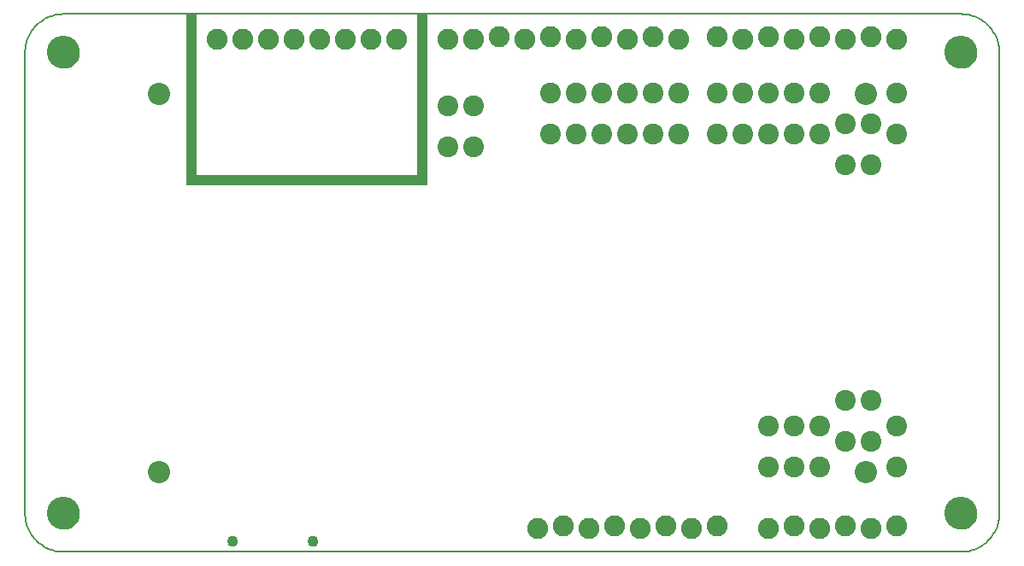
<source format=gbs>
G75*
%MOIN*%
%OFA0B0*%
%FSLAX24Y24*%
%IPPOS*%
%LPD*%
%AMOC8*
5,1,8,0,0,1.08239X$1,22.5*
%
%ADD10C,0.0050*%
%ADD11C,0.0000*%
%ADD12C,0.1280*%
%ADD13R,0.0400X0.6700*%
%ADD14R,0.9000X0.0400*%
%ADD15R,0.0400X0.6300*%
%ADD16C,0.0867*%
%ADD17C,0.0430*%
%ADD18C,0.0820*%
%ADD19C,0.0810*%
D10*
X016260Y007643D02*
X016260Y025643D01*
X016262Y025719D01*
X016268Y025795D01*
X016277Y025870D01*
X016291Y025945D01*
X016308Y026019D01*
X016329Y026092D01*
X016353Y026164D01*
X016382Y026235D01*
X016413Y026304D01*
X016448Y026371D01*
X016487Y026436D01*
X016529Y026500D01*
X016574Y026561D01*
X016622Y026620D01*
X016673Y026676D01*
X016727Y026730D01*
X016783Y026781D01*
X016842Y026829D01*
X016903Y026874D01*
X016967Y026916D01*
X017032Y026955D01*
X017099Y026990D01*
X017168Y027021D01*
X017239Y027050D01*
X017311Y027074D01*
X017384Y027095D01*
X017458Y027112D01*
X017533Y027126D01*
X017608Y027135D01*
X017684Y027141D01*
X017760Y027143D01*
X052760Y027143D01*
X052836Y027141D01*
X052912Y027135D01*
X052987Y027126D01*
X053062Y027112D01*
X053136Y027095D01*
X053209Y027074D01*
X053281Y027050D01*
X053352Y027021D01*
X053421Y026990D01*
X053488Y026955D01*
X053553Y026916D01*
X053617Y026874D01*
X053678Y026829D01*
X053737Y026781D01*
X053793Y026730D01*
X053847Y026676D01*
X053898Y026620D01*
X053946Y026561D01*
X053991Y026500D01*
X054033Y026436D01*
X054072Y026371D01*
X054107Y026304D01*
X054138Y026235D01*
X054167Y026164D01*
X054191Y026092D01*
X054212Y026019D01*
X054229Y025945D01*
X054243Y025870D01*
X054252Y025795D01*
X054258Y025719D01*
X054260Y025643D01*
X054260Y007643D01*
X054258Y007567D01*
X054252Y007491D01*
X054243Y007416D01*
X054229Y007341D01*
X054212Y007267D01*
X054191Y007194D01*
X054167Y007122D01*
X054138Y007051D01*
X054107Y006982D01*
X054072Y006915D01*
X054033Y006850D01*
X053991Y006786D01*
X053946Y006725D01*
X053898Y006666D01*
X053847Y006610D01*
X053793Y006556D01*
X053737Y006505D01*
X053678Y006457D01*
X053617Y006412D01*
X053553Y006370D01*
X053488Y006331D01*
X053421Y006296D01*
X053352Y006265D01*
X053281Y006236D01*
X053209Y006212D01*
X053136Y006191D01*
X053062Y006174D01*
X052987Y006160D01*
X052912Y006151D01*
X052836Y006145D01*
X052760Y006143D01*
X017760Y006143D01*
X017684Y006145D01*
X017608Y006151D01*
X017533Y006160D01*
X017458Y006174D01*
X017384Y006191D01*
X017311Y006212D01*
X017239Y006236D01*
X017168Y006265D01*
X017099Y006296D01*
X017032Y006331D01*
X016967Y006370D01*
X016903Y006412D01*
X016842Y006457D01*
X016783Y006505D01*
X016727Y006556D01*
X016673Y006610D01*
X016622Y006666D01*
X016574Y006725D01*
X016529Y006786D01*
X016487Y006850D01*
X016448Y006915D01*
X016413Y006982D01*
X016382Y007051D01*
X016353Y007122D01*
X016329Y007194D01*
X016308Y007267D01*
X016291Y007341D01*
X016277Y007416D01*
X016268Y007491D01*
X016262Y007567D01*
X016260Y007643D01*
D11*
X017160Y007643D02*
X017162Y007692D01*
X017168Y007740D01*
X017178Y007788D01*
X017192Y007835D01*
X017209Y007881D01*
X017230Y007925D01*
X017255Y007967D01*
X017283Y008007D01*
X017315Y008045D01*
X017349Y008080D01*
X017386Y008112D01*
X017425Y008141D01*
X017467Y008167D01*
X017511Y008189D01*
X017556Y008207D01*
X017603Y008222D01*
X017650Y008233D01*
X017699Y008240D01*
X017748Y008243D01*
X017797Y008242D01*
X017845Y008237D01*
X017894Y008228D01*
X017941Y008215D01*
X017987Y008198D01*
X018031Y008178D01*
X018074Y008154D01*
X018115Y008127D01*
X018153Y008096D01*
X018189Y008063D01*
X018221Y008027D01*
X018251Y007988D01*
X018278Y007947D01*
X018301Y007903D01*
X018320Y007858D01*
X018336Y007812D01*
X018348Y007765D01*
X018356Y007716D01*
X018360Y007667D01*
X018360Y007619D01*
X018356Y007570D01*
X018348Y007521D01*
X018336Y007474D01*
X018320Y007428D01*
X018301Y007383D01*
X018278Y007339D01*
X018251Y007298D01*
X018221Y007259D01*
X018189Y007223D01*
X018153Y007190D01*
X018115Y007159D01*
X018074Y007132D01*
X018031Y007108D01*
X017987Y007088D01*
X017941Y007071D01*
X017894Y007058D01*
X017845Y007049D01*
X017797Y007044D01*
X017748Y007043D01*
X017699Y007046D01*
X017650Y007053D01*
X017603Y007064D01*
X017556Y007079D01*
X017511Y007097D01*
X017467Y007119D01*
X017425Y007145D01*
X017386Y007174D01*
X017349Y007206D01*
X017315Y007241D01*
X017283Y007279D01*
X017255Y007319D01*
X017230Y007361D01*
X017209Y007405D01*
X017192Y007451D01*
X017178Y007498D01*
X017168Y007546D01*
X017162Y007594D01*
X017160Y007643D01*
X021086Y009261D02*
X021088Y009300D01*
X021094Y009339D01*
X021104Y009377D01*
X021117Y009414D01*
X021134Y009449D01*
X021154Y009483D01*
X021178Y009514D01*
X021205Y009543D01*
X021234Y009569D01*
X021266Y009592D01*
X021300Y009612D01*
X021336Y009628D01*
X021373Y009640D01*
X021412Y009649D01*
X021451Y009654D01*
X021490Y009655D01*
X021529Y009652D01*
X021568Y009645D01*
X021605Y009634D01*
X021642Y009620D01*
X021677Y009602D01*
X021710Y009581D01*
X021741Y009556D01*
X021769Y009529D01*
X021794Y009499D01*
X021816Y009466D01*
X021835Y009432D01*
X021850Y009396D01*
X021862Y009358D01*
X021870Y009320D01*
X021874Y009281D01*
X021874Y009241D01*
X021870Y009202D01*
X021862Y009164D01*
X021850Y009126D01*
X021835Y009090D01*
X021816Y009056D01*
X021794Y009023D01*
X021769Y008993D01*
X021741Y008966D01*
X021710Y008941D01*
X021677Y008920D01*
X021642Y008902D01*
X021605Y008888D01*
X021568Y008877D01*
X021529Y008870D01*
X021490Y008867D01*
X021451Y008868D01*
X021412Y008873D01*
X021373Y008882D01*
X021336Y008894D01*
X021300Y008910D01*
X021266Y008930D01*
X021234Y008953D01*
X021205Y008979D01*
X021178Y009008D01*
X021154Y009039D01*
X021134Y009073D01*
X021117Y009108D01*
X021104Y009145D01*
X021094Y009183D01*
X021088Y009222D01*
X021086Y009261D01*
X024161Y006552D02*
X024163Y006578D01*
X024169Y006604D01*
X024178Y006628D01*
X024191Y006651D01*
X024208Y006671D01*
X024227Y006689D01*
X024249Y006704D01*
X024272Y006715D01*
X024297Y006723D01*
X024323Y006727D01*
X024349Y006727D01*
X024375Y006723D01*
X024400Y006715D01*
X024424Y006704D01*
X024445Y006689D01*
X024464Y006671D01*
X024481Y006651D01*
X024494Y006628D01*
X024503Y006604D01*
X024509Y006578D01*
X024511Y006552D01*
X024509Y006526D01*
X024503Y006500D01*
X024494Y006476D01*
X024481Y006453D01*
X024464Y006433D01*
X024445Y006415D01*
X024423Y006400D01*
X024400Y006389D01*
X024375Y006381D01*
X024349Y006377D01*
X024323Y006377D01*
X024297Y006381D01*
X024272Y006389D01*
X024248Y006400D01*
X024227Y006415D01*
X024208Y006433D01*
X024191Y006453D01*
X024178Y006476D01*
X024169Y006500D01*
X024163Y006526D01*
X024161Y006552D01*
X027310Y006552D02*
X027312Y006578D01*
X027318Y006604D01*
X027327Y006628D01*
X027340Y006651D01*
X027357Y006671D01*
X027376Y006689D01*
X027398Y006704D01*
X027421Y006715D01*
X027446Y006723D01*
X027472Y006727D01*
X027498Y006727D01*
X027524Y006723D01*
X027549Y006715D01*
X027573Y006704D01*
X027594Y006689D01*
X027613Y006671D01*
X027630Y006651D01*
X027643Y006628D01*
X027652Y006604D01*
X027658Y006578D01*
X027660Y006552D01*
X027658Y006526D01*
X027652Y006500D01*
X027643Y006476D01*
X027630Y006453D01*
X027613Y006433D01*
X027594Y006415D01*
X027572Y006400D01*
X027549Y006389D01*
X027524Y006381D01*
X027498Y006377D01*
X027472Y006377D01*
X027446Y006381D01*
X027421Y006389D01*
X027397Y006400D01*
X027376Y006415D01*
X027357Y006433D01*
X027340Y006453D01*
X027327Y006476D01*
X027318Y006500D01*
X027312Y006526D01*
X027310Y006552D01*
X048645Y009261D02*
X048647Y009300D01*
X048653Y009339D01*
X048663Y009377D01*
X048676Y009414D01*
X048693Y009449D01*
X048713Y009483D01*
X048737Y009514D01*
X048764Y009543D01*
X048793Y009569D01*
X048825Y009592D01*
X048859Y009612D01*
X048895Y009628D01*
X048932Y009640D01*
X048971Y009649D01*
X049010Y009654D01*
X049049Y009655D01*
X049088Y009652D01*
X049127Y009645D01*
X049164Y009634D01*
X049201Y009620D01*
X049236Y009602D01*
X049269Y009581D01*
X049300Y009556D01*
X049328Y009529D01*
X049353Y009499D01*
X049375Y009466D01*
X049394Y009432D01*
X049409Y009396D01*
X049421Y009358D01*
X049429Y009320D01*
X049433Y009281D01*
X049433Y009241D01*
X049429Y009202D01*
X049421Y009164D01*
X049409Y009126D01*
X049394Y009090D01*
X049375Y009056D01*
X049353Y009023D01*
X049328Y008993D01*
X049300Y008966D01*
X049269Y008941D01*
X049236Y008920D01*
X049201Y008902D01*
X049164Y008888D01*
X049127Y008877D01*
X049088Y008870D01*
X049049Y008867D01*
X049010Y008868D01*
X048971Y008873D01*
X048932Y008882D01*
X048895Y008894D01*
X048859Y008910D01*
X048825Y008930D01*
X048793Y008953D01*
X048764Y008979D01*
X048737Y009008D01*
X048713Y009039D01*
X048693Y009073D01*
X048676Y009108D01*
X048663Y009145D01*
X048653Y009183D01*
X048647Y009222D01*
X048645Y009261D01*
X052160Y007643D02*
X052162Y007692D01*
X052168Y007740D01*
X052178Y007788D01*
X052192Y007835D01*
X052209Y007881D01*
X052230Y007925D01*
X052255Y007967D01*
X052283Y008007D01*
X052315Y008045D01*
X052349Y008080D01*
X052386Y008112D01*
X052425Y008141D01*
X052467Y008167D01*
X052511Y008189D01*
X052556Y008207D01*
X052603Y008222D01*
X052650Y008233D01*
X052699Y008240D01*
X052748Y008243D01*
X052797Y008242D01*
X052845Y008237D01*
X052894Y008228D01*
X052941Y008215D01*
X052987Y008198D01*
X053031Y008178D01*
X053074Y008154D01*
X053115Y008127D01*
X053153Y008096D01*
X053189Y008063D01*
X053221Y008027D01*
X053251Y007988D01*
X053278Y007947D01*
X053301Y007903D01*
X053320Y007858D01*
X053336Y007812D01*
X053348Y007765D01*
X053356Y007716D01*
X053360Y007667D01*
X053360Y007619D01*
X053356Y007570D01*
X053348Y007521D01*
X053336Y007474D01*
X053320Y007428D01*
X053301Y007383D01*
X053278Y007339D01*
X053251Y007298D01*
X053221Y007259D01*
X053189Y007223D01*
X053153Y007190D01*
X053115Y007159D01*
X053074Y007132D01*
X053031Y007108D01*
X052987Y007088D01*
X052941Y007071D01*
X052894Y007058D01*
X052845Y007049D01*
X052797Y007044D01*
X052748Y007043D01*
X052699Y007046D01*
X052650Y007053D01*
X052603Y007064D01*
X052556Y007079D01*
X052511Y007097D01*
X052467Y007119D01*
X052425Y007145D01*
X052386Y007174D01*
X052349Y007206D01*
X052315Y007241D01*
X052283Y007279D01*
X052255Y007319D01*
X052230Y007361D01*
X052209Y007405D01*
X052192Y007451D01*
X052178Y007498D01*
X052168Y007546D01*
X052162Y007594D01*
X052160Y007643D01*
X048645Y024025D02*
X048647Y024064D01*
X048653Y024103D01*
X048663Y024141D01*
X048676Y024178D01*
X048693Y024213D01*
X048713Y024247D01*
X048737Y024278D01*
X048764Y024307D01*
X048793Y024333D01*
X048825Y024356D01*
X048859Y024376D01*
X048895Y024392D01*
X048932Y024404D01*
X048971Y024413D01*
X049010Y024418D01*
X049049Y024419D01*
X049088Y024416D01*
X049127Y024409D01*
X049164Y024398D01*
X049201Y024384D01*
X049236Y024366D01*
X049269Y024345D01*
X049300Y024320D01*
X049328Y024293D01*
X049353Y024263D01*
X049375Y024230D01*
X049394Y024196D01*
X049409Y024160D01*
X049421Y024122D01*
X049429Y024084D01*
X049433Y024045D01*
X049433Y024005D01*
X049429Y023966D01*
X049421Y023928D01*
X049409Y023890D01*
X049394Y023854D01*
X049375Y023820D01*
X049353Y023787D01*
X049328Y023757D01*
X049300Y023730D01*
X049269Y023705D01*
X049236Y023684D01*
X049201Y023666D01*
X049164Y023652D01*
X049127Y023641D01*
X049088Y023634D01*
X049049Y023631D01*
X049010Y023632D01*
X048971Y023637D01*
X048932Y023646D01*
X048895Y023658D01*
X048859Y023674D01*
X048825Y023694D01*
X048793Y023717D01*
X048764Y023743D01*
X048737Y023772D01*
X048713Y023803D01*
X048693Y023837D01*
X048676Y023872D01*
X048663Y023909D01*
X048653Y023947D01*
X048647Y023986D01*
X048645Y024025D01*
X052160Y025643D02*
X052162Y025692D01*
X052168Y025740D01*
X052178Y025788D01*
X052192Y025835D01*
X052209Y025881D01*
X052230Y025925D01*
X052255Y025967D01*
X052283Y026007D01*
X052315Y026045D01*
X052349Y026080D01*
X052386Y026112D01*
X052425Y026141D01*
X052467Y026167D01*
X052511Y026189D01*
X052556Y026207D01*
X052603Y026222D01*
X052650Y026233D01*
X052699Y026240D01*
X052748Y026243D01*
X052797Y026242D01*
X052845Y026237D01*
X052894Y026228D01*
X052941Y026215D01*
X052987Y026198D01*
X053031Y026178D01*
X053074Y026154D01*
X053115Y026127D01*
X053153Y026096D01*
X053189Y026063D01*
X053221Y026027D01*
X053251Y025988D01*
X053278Y025947D01*
X053301Y025903D01*
X053320Y025858D01*
X053336Y025812D01*
X053348Y025765D01*
X053356Y025716D01*
X053360Y025667D01*
X053360Y025619D01*
X053356Y025570D01*
X053348Y025521D01*
X053336Y025474D01*
X053320Y025428D01*
X053301Y025383D01*
X053278Y025339D01*
X053251Y025298D01*
X053221Y025259D01*
X053189Y025223D01*
X053153Y025190D01*
X053115Y025159D01*
X053074Y025132D01*
X053031Y025108D01*
X052987Y025088D01*
X052941Y025071D01*
X052894Y025058D01*
X052845Y025049D01*
X052797Y025044D01*
X052748Y025043D01*
X052699Y025046D01*
X052650Y025053D01*
X052603Y025064D01*
X052556Y025079D01*
X052511Y025097D01*
X052467Y025119D01*
X052425Y025145D01*
X052386Y025174D01*
X052349Y025206D01*
X052315Y025241D01*
X052283Y025279D01*
X052255Y025319D01*
X052230Y025361D01*
X052209Y025405D01*
X052192Y025451D01*
X052178Y025498D01*
X052168Y025546D01*
X052162Y025594D01*
X052160Y025643D01*
X021086Y024025D02*
X021088Y024064D01*
X021094Y024103D01*
X021104Y024141D01*
X021117Y024178D01*
X021134Y024213D01*
X021154Y024247D01*
X021178Y024278D01*
X021205Y024307D01*
X021234Y024333D01*
X021266Y024356D01*
X021300Y024376D01*
X021336Y024392D01*
X021373Y024404D01*
X021412Y024413D01*
X021451Y024418D01*
X021490Y024419D01*
X021529Y024416D01*
X021568Y024409D01*
X021605Y024398D01*
X021642Y024384D01*
X021677Y024366D01*
X021710Y024345D01*
X021741Y024320D01*
X021769Y024293D01*
X021794Y024263D01*
X021816Y024230D01*
X021835Y024196D01*
X021850Y024160D01*
X021862Y024122D01*
X021870Y024084D01*
X021874Y024045D01*
X021874Y024005D01*
X021870Y023966D01*
X021862Y023928D01*
X021850Y023890D01*
X021835Y023854D01*
X021816Y023820D01*
X021794Y023787D01*
X021769Y023757D01*
X021741Y023730D01*
X021710Y023705D01*
X021677Y023684D01*
X021642Y023666D01*
X021605Y023652D01*
X021568Y023641D01*
X021529Y023634D01*
X021490Y023631D01*
X021451Y023632D01*
X021412Y023637D01*
X021373Y023646D01*
X021336Y023658D01*
X021300Y023674D01*
X021266Y023694D01*
X021234Y023717D01*
X021205Y023743D01*
X021178Y023772D01*
X021154Y023803D01*
X021134Y023837D01*
X021117Y023872D01*
X021104Y023909D01*
X021094Y023947D01*
X021088Y023986D01*
X021086Y024025D01*
X017160Y025643D02*
X017162Y025692D01*
X017168Y025740D01*
X017178Y025788D01*
X017192Y025835D01*
X017209Y025881D01*
X017230Y025925D01*
X017255Y025967D01*
X017283Y026007D01*
X017315Y026045D01*
X017349Y026080D01*
X017386Y026112D01*
X017425Y026141D01*
X017467Y026167D01*
X017511Y026189D01*
X017556Y026207D01*
X017603Y026222D01*
X017650Y026233D01*
X017699Y026240D01*
X017748Y026243D01*
X017797Y026242D01*
X017845Y026237D01*
X017894Y026228D01*
X017941Y026215D01*
X017987Y026198D01*
X018031Y026178D01*
X018074Y026154D01*
X018115Y026127D01*
X018153Y026096D01*
X018189Y026063D01*
X018221Y026027D01*
X018251Y025988D01*
X018278Y025947D01*
X018301Y025903D01*
X018320Y025858D01*
X018336Y025812D01*
X018348Y025765D01*
X018356Y025716D01*
X018360Y025667D01*
X018360Y025619D01*
X018356Y025570D01*
X018348Y025521D01*
X018336Y025474D01*
X018320Y025428D01*
X018301Y025383D01*
X018278Y025339D01*
X018251Y025298D01*
X018221Y025259D01*
X018189Y025223D01*
X018153Y025190D01*
X018115Y025159D01*
X018074Y025132D01*
X018031Y025108D01*
X017987Y025088D01*
X017941Y025071D01*
X017894Y025058D01*
X017845Y025049D01*
X017797Y025044D01*
X017748Y025043D01*
X017699Y025046D01*
X017650Y025053D01*
X017603Y025064D01*
X017556Y025079D01*
X017511Y025097D01*
X017467Y025119D01*
X017425Y025145D01*
X017386Y025174D01*
X017349Y025206D01*
X017315Y025241D01*
X017283Y025279D01*
X017255Y025319D01*
X017230Y025361D01*
X017209Y025405D01*
X017192Y025451D01*
X017178Y025498D01*
X017168Y025546D01*
X017162Y025594D01*
X017160Y025643D01*
D12*
X017760Y025643D03*
X017760Y007643D03*
X052760Y007643D03*
X052760Y025643D03*
D13*
X022760Y023793D03*
D14*
X027460Y020643D03*
D15*
X031760Y023993D03*
D16*
X021480Y024025D03*
X021480Y009261D03*
X049039Y009261D03*
X049039Y024025D03*
D17*
X027485Y006552D03*
X024336Y006552D03*
D18*
X036260Y007043D03*
X037260Y007143D03*
X038260Y007043D03*
X039260Y007143D03*
X040260Y007043D03*
X041260Y007143D03*
X042260Y007043D03*
X043260Y007143D03*
X045260Y007043D03*
X046260Y007143D03*
X047260Y007043D03*
X048260Y007143D03*
X049260Y007043D03*
X050260Y007143D03*
X050260Y026143D03*
X049260Y026243D03*
X048260Y026143D03*
X047260Y026243D03*
X046260Y026143D03*
X045260Y026243D03*
X044260Y026143D03*
X043260Y026243D03*
X041760Y026143D03*
X040760Y026243D03*
X039760Y026143D03*
X038760Y026243D03*
X037760Y026143D03*
X036760Y026243D03*
X035760Y026143D03*
X034760Y026243D03*
X033760Y026143D03*
X032760Y026143D03*
X030760Y026143D03*
X029760Y026143D03*
X028760Y026143D03*
X027760Y026143D03*
X026760Y026143D03*
X025760Y026143D03*
X024760Y026143D03*
X023760Y026143D03*
D19*
X032760Y023543D03*
X033760Y023543D03*
X033760Y021943D03*
X032760Y021943D03*
X036760Y022443D03*
X037760Y022443D03*
X038760Y022443D03*
X039760Y022443D03*
X040760Y022443D03*
X041760Y022443D03*
X043260Y022443D03*
X044260Y022443D03*
X045260Y022443D03*
X046260Y022443D03*
X047260Y022443D03*
X048260Y022843D03*
X049260Y022843D03*
X050260Y022443D03*
X049260Y021243D03*
X048260Y021243D03*
X047260Y024043D03*
X046260Y024043D03*
X045260Y024043D03*
X044260Y024043D03*
X043260Y024043D03*
X041760Y024043D03*
X040760Y024043D03*
X039760Y024043D03*
X038760Y024043D03*
X037760Y024043D03*
X036760Y024043D03*
X050260Y024043D03*
X049260Y012043D03*
X048260Y012043D03*
X047260Y011043D03*
X046260Y011043D03*
X045260Y011043D03*
X045260Y009443D03*
X046260Y009443D03*
X047260Y009443D03*
X048260Y010443D03*
X049260Y010443D03*
X050260Y011043D03*
X050260Y009443D03*
M02*

</source>
